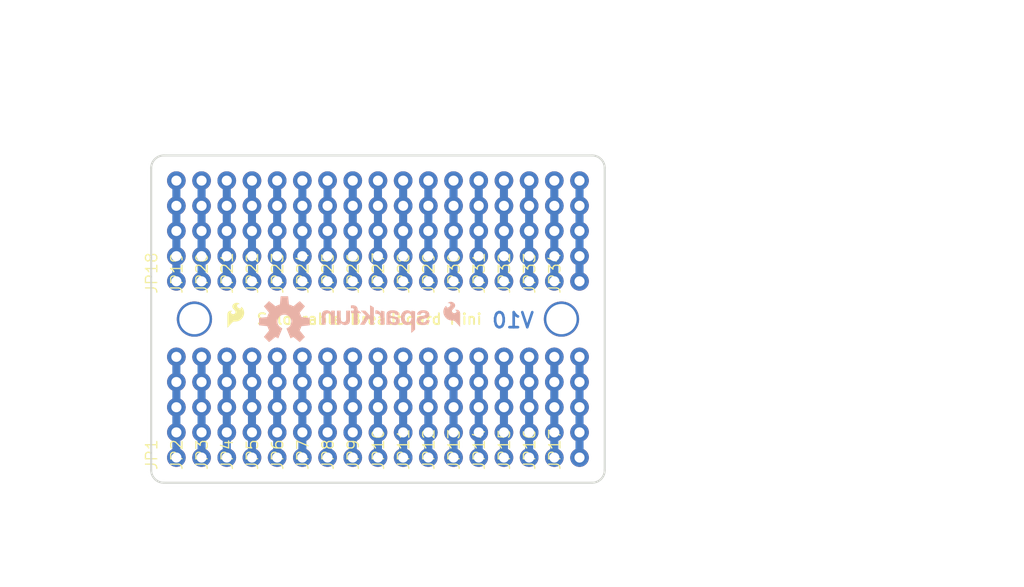
<source format=kicad_pcb>
(kicad_pcb (version 20211014) (generator pcbnew)
  (layers (0 "F.Cu" signal) (31 "B.Cu" signal) (34 "B.Paste" user) (35 "F.Paste" user) (36 "B.SilkS" user "B.Silkscreen") (37 "F.SilkS" user "F.Silkscreen") (38 "B.Mask" user) (39 "F.Mask" user) (44 "Edge.Cuts" user))
  (net 0 "")
  (net 1 "N$1")
  (net 2 "N$2")
  (net 3 "N$3")
  (net 4 "N$4")
  (net 5 "N$5")
  (net 6 "N$6")
  (net 7 "N$7")
  (net 8 "N$8")
  (net 9 "N$9")
  (net 10 "N$10")
  (net 11 "N$11")
  (net 12 "N$12")
  (net 13 "N$13")
  (net 14 "N$14")
  (net 15 "N$15")
  (net 16 "N$16")
  (net 17 "N$17")
  (net 18 "N$18")
  (net 19 "N$19")
  (net 20 "N$20")
  (net 21 "N$21")
  (net 22 "N$22")
  (net 23 "N$23")
  (net 24 "N$24")
  (net 25 "N$25")
  (net 26 "N$26")
  (net 27 "N$27")
  (net 28 "N$28")
  (net 29 "N$29")
  (net 30 "N$30")
  (net 31 "N$31")
  (net 32 "N$32")
  (net 33 "N$33")
  (net 34 "N$34")
  (net 35 "N$35")
  (net 36 "N$36")
  (footprint "boardEagle:1X05_NO_SILK" (layer "F.Cu") (at 161.2011 101.1936 90)
    (fp_text reference "JP31" (at -1.3462 -1.8288 90) (layer "F.SilkS") (effects (font (size 1.143 1.143) (thickness 0.127)) (justify left bottom)))
    (fp_text value " ")
    (pad "1" thru_hole circle (at 0 0 180) (size 1.8796 1.8796) (drill 1.016) (layers *.Cu *.Mask) (net 31 "N$31"))
    (pad "2" thru_hole circle (at 2.54 0 180) (size 1.8796 1.8796) (drill 1.016) (layers *.Cu *.Mask) (net 31 "N$31"))
    (pad "3" thru_hole circle (at 5.08 0 180) (size 1.8796 1.8796) (drill 1.016) (layers *.Cu *.Mask) (net 31 "N$31"))
    (pad "4" thru_hole circle (at 7.62 0 180) (size 1.8796 1.8796) (drill 1.016) (layers *.Cu *.Mask) (net 31 "N$31"))
    (pad "5" thru_hole circle (at 10.16 0 180) (size 1.8796 1.8796) (drill 1.016) (layers *.Cu *.Mask) (net 31 "N$31"))
  )
  (footprint "boardEagle:1X05_NO_SILK" (layer "F.Cu") (at 151.0411 101.1936 90)
    (fp_text reference "JP27" (at -1.3462 -1.8288 90) (layer "F.SilkS") (effects (font (size 1.143 1.143) (thickness 0.127)) (justify left bottom)))
    (fp_text value " ")
    (pad "1" thru_hole circle (at 0 0 180) (size 1.8796 1.8796) (drill 1.016) (layers *.Cu *.Mask) (net 27 "N$27"))
    (pad "2" thru_hole circle (at 2.54 0 180) (size 1.8796 1.8796) (drill 1.016) (layers *.Cu *.Mask) (net 27 "N$27"))
    (pad "3" thru_hole circle (at 5.08 0 180) (size 1.8796 1.8796) (drill 1.016) (layers *.Cu *.Mask) (net 27 "N$27"))
    (pad "4" thru_hole circle (at 7.62 0 180) (size 1.8796 1.8796) (drill 1.016) (layers *.Cu *.Mask) (net 27 "N$27"))
    (pad "5" thru_hole circle (at 10.16 0 180) (size 1.8796 1.8796) (drill 1.016) (layers *.Cu *.Mask) (net 27 "N$27"))
  )
  (footprint "boardEagle:1X05_NO_SILK" (layer "F.Cu") (at 151.0411 118.9736 90)
    (fp_text reference "JP10" (at -1.3462 -1.8288 90) (layer "F.SilkS") (effects (font (size 1.143 1.143) (thickness 0.127)) (justify left bottom)))
    (fp_text value " ")
    (pad "1" thru_hole circle (at 0 0 180) (size 1.8796 1.8796) (drill 1.016) (layers *.Cu *.Mask) (net 10 "N$10"))
    (pad "2" thru_hole circle (at 2.54 0 180) (size 1.8796 1.8796) (drill 1.016) (layers *.Cu *.Mask) (net 10 "N$10"))
    (pad "3" thru_hole circle (at 5.08 0 180) (size 1.8796 1.8796) (drill 1.016) (layers *.Cu *.Mask) (net 10 "N$10"))
    (pad "4" thru_hole circle (at 7.62 0 180) (size 1.8796 1.8796) (drill 1.016) (layers *.Cu *.Mask) (net 10 "N$10"))
    (pad "5" thru_hole circle (at 10.16 0 180) (size 1.8796 1.8796) (drill 1.016) (layers *.Cu *.Mask) (net 10 "N$10"))
  )
  (footprint "boardEagle:1X05_NO_SILK" (layer "F.Cu") (at 138.3411 101.1936 90)
    (fp_text reference "JP22" (at -1.3462 -1.8288 90) (layer "F.SilkS") (effects (font (size 1.143 1.143) (thickness 0.127)) (justify left bottom)))
    (fp_text value " ")
    (pad "1" thru_hole circle (at 0 0 180) (size 1.8796 1.8796) (drill 1.016) (layers *.Cu *.Mask) (net 22 "N$22"))
    (pad "2" thru_hole circle (at 2.54 0 180) (size 1.8796 1.8796) (drill 1.016) (layers *.Cu *.Mask) (net 22 "N$22"))
    (pad "3" thru_hole circle (at 5.08 0 180) (size 1.8796 1.8796) (drill 1.016) (layers *.Cu *.Mask) (net 22 "N$22"))
    (pad "4" thru_hole circle (at 7.62 0 180) (size 1.8796 1.8796) (drill 1.016) (layers *.Cu *.Mask) (net 22 "N$22"))
    (pad "5" thru_hole circle (at 10.16 0 180) (size 1.8796 1.8796) (drill 1.016) (layers *.Cu *.Mask) (net 22 "N$22"))
  )
  (footprint "boardEagle:1X05_NO_SILK" (layer "F.Cu") (at 130.7211 118.9736 90)
    (fp_text reference "JP2" (at -1.3462 -1.8288 90) (layer "F.SilkS") (effects (font (size 1.143 1.143) (thickness 0.127)) (justify left bottom)))
    (fp_text value " ")
    (pad "1" thru_hole circle (at 0 0 180) (size 1.8796 1.8796) (drill 1.016) (layers *.Cu *.Mask) (net 2 "N$2"))
    (pad "2" thru_hole circle (at 2.54 0 180) (size 1.8796 1.8796) (drill 1.016) (layers *.Cu *.Mask) (net 2 "N$2"))
    (pad "3" thru_hole circle (at 5.08 0 180) (size 1.8796 1.8796) (drill 1.016) (layers *.Cu *.Mask) (net 2 "N$2"))
    (pad "4" thru_hole circle (at 7.62 0 180) (size 1.8796 1.8796) (drill 1.016) (layers *.Cu *.Mask) (net 2 "N$2"))
    (pad "5" thru_hole circle (at 10.16 0 180) (size 1.8796 1.8796) (drill 1.016) (layers *.Cu *.Mask) (net 2 "N$2"))
  )
  (footprint "boardEagle:1X05_NO_SILK" (layer "F.Cu") (at 158.6611 118.9736 90)
    (fp_text reference "JP13" (at -1.3462 -1.8288 90) (layer "F.SilkS") (effects (font (size 1.143 1.143) (thickness 0.127)) (justify left bottom)))
    (fp_text value " ")
    (pad "1" thru_hole circle (at 0 0 180) (size 1.8796 1.8796) (drill 1.016) (layers *.Cu *.Mask) (net 13 "N$13"))
    (pad "2" thru_hole circle (at 2.54 0 180) (size 1.8796 1.8796) (drill 1.016) (layers *.Cu *.Mask) (net 13 "N$13"))
    (pad "3" thru_hole circle (at 5.08 0 180) (size 1.8796 1.8796) (drill 1.016) (layers *.Cu *.Mask) (net 13 "N$13"))
    (pad "4" thru_hole circle (at 7.62 0 180) (size 1.8796 1.8796) (drill 1.016) (layers *.Cu *.Mask) (net 13 "N$13"))
    (pad "5" thru_hole circle (at 10.16 0 180) (size 1.8796 1.8796) (drill 1.016) (layers *.Cu *.Mask) (net 13 "N$13"))
  )
  (footprint "boardEagle:1X05_NO_SILK" (layer "F.Cu") (at 128.1811 101.1936 90)
    (fp_text reference "JP18" (at -1.3462 -1.8288 90) (layer "F.SilkS") (effects (font (size 1.143 1.143) (thickness 0.127)) (justify left bottom)))
    (fp_text value " ")
    (pad "1" thru_hole circle (at 0 0 180) (size 1.8796 1.8796) (drill 1.016) (layers *.Cu *.Mask) (net 18 "N$18"))
    (pad "2" thru_hole circle (at 2.54 0 180) (size 1.8796 1.8796) (drill 1.016) (layers *.Cu *.Mask) (net 18 "N$18"))
    (pad "3" thru_hole circle (at 5.08 0 180) (size 1.8796 1.8796) (drill 1.016) (layers *.Cu *.Mask) (net 18 "N$18"))
    (pad "4" thru_hole circle (at 7.62 0 180) (size 1.8796 1.8796) (drill 1.016) (layers *.Cu *.Mask) (net 18 "N$18"))
    (pad "5" thru_hole circle (at 10.16 0 180) (size 1.8796 1.8796) (drill 1.016) (layers *.Cu *.Mask) (net 18 "N$18"))
  )
  (footprint "boardEagle:1X05_NO_SILK" (layer "F.Cu") (at 168.8211 118.9736 90)
    (fp_text reference "JP17" (at -1.3462 -1.8288 90) (layer "F.SilkS") (effects (font (size 1.143 1.143) (thickness 0.127)) (justify left bottom)))
    (fp_text value " ")
    (pad "1" thru_hole circle (at 0 0 180) (size 1.8796 1.8796) (drill 1.016) (layers *.Cu *.Mask) (net 17 "N$17"))
    (pad "2" thru_hole circle (at 2.54 0 180) (size 1.8796 1.8796) (drill 1.016) (layers *.Cu *.Mask) (net 17 "N$17"))
    (pad "3" thru_hole circle (at 5.08 0 180) (size 1.8796 1.8796) (drill 1.016) (layers *.Cu *.Mask) (net 17 "N$17"))
    (pad "4" thru_hole circle (at 7.62 0 180) (size 1.8796 1.8796) (drill 1.016) (layers *.Cu *.Mask) (net 17 "N$17"))
    (pad "5" thru_hole circle (at 10.16 0 180) (size 1.8796 1.8796) (drill 1.016) (layers *.Cu *.Mask) (net 17 "N$17"))
  )
  (footprint "boardEagle:1X05_NO_SILK" (layer "F.Cu") (at 145.9611 118.9736 90)
    (fp_text reference "JP8" (at -1.3462 -1.8288 90) (layer "F.SilkS") (effects (font (size 1.143 1.143) (thickness 0.127)) (justify left bottom)))
    (fp_text value " ")
    (pad "1" thru_hole circle (at 0 0 180) (size 1.8796 1.8796) (drill 1.016) (layers *.Cu *.Mask) (net 8 "N$8"))
    (pad "2" thru_hole circle (at 2.54 0 180) (size 1.8796 1.8796) (drill 1.016) (layers *.Cu *.Mask) (net 8 "N$8"))
    (pad "3" thru_hole circle (at 5.08 0 180) (size 1.8796 1.8796) (drill 1.016) (layers *.Cu *.Mask) (net 8 "N$8"))
    (pad "4" thru_hole circle (at 7.62 0 180) (size 1.8796 1.8796) (drill 1.016) (layers *.Cu *.Mask) (net 8 "N$8"))
    (pad "5" thru_hole circle (at 10.16 0 180) (size 1.8796 1.8796) (drill 1.016) (layers *.Cu *.Mask) (net 8 "N$8"))
  )
  (footprint "boardEagle:1X05_NO_SILK" (layer "F.Cu") (at 130.7211 101.1936 90)
    (fp_text reference "JP19" (at -1.3462 -1.8288 90) (layer "F.SilkS") (effects (font (size 1.143 1.143) (thickness 0.127)) (justify left bottom)))
    (fp_text value " ")
    (pad "1" thru_hole circle (at 0 0 180) (size 1.8796 1.8796) (drill 1.016) (layers *.Cu *.Mask) (net 19 "N$19"))
    (pad "2" thru_hole circle (at 2.54 0 180) (size 1.8796 1.8796) (drill 1.016) (layers *.Cu *.Mask) (net 19 "N$19"))
    (pad "3" thru_hole circle (at 5.08 0 180) (size 1.8796 1.8796) (drill 1.016) (layers *.Cu *.Mask) (net 19 "N$19"))
    (pad "4" thru_hole circle (at 7.62 0 180) (size 1.8796 1.8796) (drill 1.016) (layers *.Cu *.Mask) (net 19 "N$19"))
    (pad "5" thru_hole circle (at 10.16 0 180) (size 1.8796 1.8796) (drill 1.016) (layers *.Cu *.Mask) (net 19 "N$19"))
  )
  (footprint "boardEagle:1X05_NO_SILK" (layer "F.Cu") (at 140.8811 101.1936 90)
    (fp_text reference "JP23" (at -1.3462 -1.8288 90) (layer "F.SilkS") (effects (font (size 1.143 1.143) (thickness 0.127)) (justify left bottom)))
    (fp_text value " ")
    (pad "1" thru_hole circle (at 0 0 180) (size 1.8796 1.8796) (drill 1.016) (layers *.Cu *.Mask) (net 23 "N$23"))
    (pad "2" thru_hole circle (at 2.54 0 180) (size 1.8796 1.8796) (drill 1.016) (layers *.Cu *.Mask) (net 23 "N$23"))
    (pad "3" thru_hole circle (at 5.08 0 180) (size 1.8796 1.8796) (drill 1.016) (layers *.Cu *.Mask) (net 23 "N$23"))
    (pad "4" thru_hole circle (at 7.62 0 180) (size 1.8796 1.8796) (drill 1.016) (layers *.Cu *.Mask) (net 23 "N$23"))
    (pad "5" thru_hole circle (at 10.16 0 180) (size 1.8796 1.8796) (drill 1.016) (layers *.Cu *.Mask) (net 23 "N$23"))
  )
  (footprint "boardEagle:1X05_NO_SILK" (layer "F.Cu") (at 135.8011 118.9736 90)
    (fp_text reference "JP4" (at -1.3462 -1.8288 90) (layer "F.SilkS") (effects (font (size 1.143 1.143) (thickness 0.127)) (justify left bottom)))
    (fp_text value " ")
    (pad "1" thru_hole circle (at 0 0 180) (size 1.8796 1.8796) (drill 1.016) (layers *.Cu *.Mask) (net 4 "N$4"))
    (pad "2" thru_hole circle (at 2.54 0 180) (size 1.8796 1.8796) (drill 1.016) (layers *.Cu *.Mask) (net 4 "N$4"))
    (pad "3" thru_hole circle (at 5.08 0 180) (size 1.8796 1.8796) (drill 1.016) (layers *.Cu *.Mask) (net 4 "N$4"))
    (pad "4" thru_hole circle (at 7.62 0 180) (size 1.8796 1.8796) (drill 1.016) (layers *.Cu *.Mask) (net 4 "N$4"))
    (pad "5" thru_hole circle (at 10.16 0 180) (size 1.8796 1.8796) (drill 1.016) (layers *.Cu *.Mask) (net 4 "N$4"))
  )
  (footprint "boardEagle:1X05_NO_SILK" (layer "F.Cu") (at 148.5011 101.1936 90)
    (fp_text reference "JP26" (at -1.3462 -1.8288 90) (layer "F.SilkS") (effects (font (size 1.143 1.143) (thickness 0.127)) (justify left bottom)))
    (fp_text value " ")
    (pad "1" thru_hole circle (at 0 0 180) (size 1.8796 1.8796) (drill 1.016) (layers *.Cu *.Mask) (net 26 "N$26"))
    (pad "2" thru_hole circle (at 2.54 0 180) (size 1.8796 1.8796) (drill 1.016) (layers *.Cu *.Mask) (net 26 "N$26"))
    (pad "3" thru_hole circle (at 5.08 0 180) (size 1.8796 1.8796) (drill 1.016) (layers *.Cu *.Mask) (net 26 "N$26"))
    (pad "4" thru_hole circle (at 7.62 0 180) (size 1.8796 1.8796) (drill 1.016) (layers *.Cu *.Mask) (net 26 "N$26"))
    (pad "5" thru_hole circle (at 10.16 0 180) (size 1.8796 1.8796) (drill 1.016) (layers *.Cu *.Mask) (net 26 "N$26"))
  )
  (footprint "boardEagle:1X05_NO_SILK" (layer "F.Cu") (at 133.2611 118.9736 90)
    (fp_text reference "JP3" (at -1.3462 -1.8288 90) (layer "F.SilkS") (effects (font (size 1.143 1.143) (thickness 0.127)) (justify left bottom)))
    (fp_text value " ")
    (pad "1" thru_hole circle (at 0 0 180) (size 1.8796 1.8796) (drill 1.016) (layers *.Cu *.Mask) (net 3 "N$3"))
    (pad "2" thru_hole circle (at 2.54 0 180) (size 1.8796 1.8796) (drill 1.016) (layers *.Cu *.Mask) (net 3 "N$3"))
    (pad "3" thru_hole circle (at 5.08 0 180) (size 1.8796 1.8796) (drill 1.016) (layers *.Cu *.Mask) (net 3 "N$3"))
    (pad "4" thru_hole circle (at 7.62 0 180) (size 1.8796 1.8796) (drill 1.016) (layers *.Cu *.Mask) (net 3 "N$3"))
    (pad "5" thru_hole circle (at 10.16 0 180) (size 1.8796 1.8796) (drill 1.016) (layers *.Cu *.Mask) (net 3 "N$3"))
  )
  (footprint "boardEagle:1X05_NO_SILK" (layer "F.Cu") (at 138.3411 118.9736 90)
    (fp_text reference "JP5" (at -1.3462 -1.8288 90) (layer "F.SilkS") (effects (font (size 1.143 1.143) (thickness 0.127)) (justify left bottom)))
    (fp_text value " ")
    (pad "1" thru_hole circle (at 0 0 180) (size 1.8796 1.8796) (drill 1.016) (layers *.Cu *.Mask) (net 5 "N$5"))
    (pad "2" thru_hole circle (at 2.54 0 180) (size 1.8796 1.8796) (drill 1.016) (layers *.Cu *.Mask) (net 5 "N$5"))
    (pad "3" thru_hole circle (at 5.08 0 180) (size 1.8796 1.8796) (drill 1.016) (layers *.Cu *.Mask) (net 5 "N$5"))
    (pad "4" thru_hole circle (at 7.62 0 180) (size 1.8796 1.8796) (drill 1.016) (layers *.Cu *.Mask) (net 5 "N$5"))
    (pad "5" thru_hole circle (at 10.16 0 180) (size 1.8796 1.8796) (drill 1.016) (layers *.Cu *.Mask) (net 5 "N$5"))
  )
  (footprint "boardEagle:1X05_NO_SILK" (layer "F.Cu") (at 161.2011 118.9736 90)
    (fp_text reference "JP14" (at -1.3462 -1.8288 90) (layer "F.SilkS") (effects (font (size 1.143 1.143) (thickness 0.127)) (justify left bottom)))
    (fp_text value " ")
    (pad "1" thru_hole circle (at 0 0 180) (size 1.8796 1.8796) (drill 1.016) (layers *.Cu *.Mask) (net 14 "N$14"))
    (pad "2" thru_hole circle (at 2.54 0 180) (size 1.8796 1.8796) (drill 1.016) (layers *.Cu *.Mask) (net 14 "N$14"))
    (pad "3" thru_hole circle (at 5.08 0 180) (size 1.8796 1.8796) (drill 1.016) (layers *.Cu *.Mask) (net 14 "N$14"))
    (pad "4" thru_hole circle (at 7.62 0 180) (size 1.8796 1.8796) (drill 1.016) (layers *.Cu *.Mask) (net 14 "N$14"))
    (pad "5" thru_hole circle (at 10.16 0 180) (size 1.8796 1.8796) (drill 1.016) (layers *.Cu *.Mask) (net 14 "N$14"))
  )
  (footprint "boardEagle:1X05_NO_SILK" (layer "F.Cu") (at 140.8811 118.9736 90)
    (fp_text reference "JP6" (at -1.3462 -1.8288 90) (layer "F.SilkS") (effects (font (size 1.143 1.143) (thickness 0.127)) (justify left bottom)))
    (fp_text value " ")
    (pad "1" thru_hole circle (at 0 0 180) (size 1.8796 1.8796) (drill 1.016) (layers *.Cu *.Mask) (net 6 "N$6"))
    (pad "2" thru_hole circle (at 2.54 0 180) (size 1.8796 1.8796) (drill 1.016) (layers *.Cu *.Mask) (net 6 "N$6"))
    (pad "3" thru_hole circle (at 5.08 0 180) (size 1.8796 1.8796) (drill 1.016) (layers *.Cu *.Mask) (net 6 "N$6"))
    (pad "4" thru_hole circle (at 7.62 0 180) (size 1.8796 1.8796) (drill 1.016) (layers *.Cu *.Mask) (net 6 "N$6"))
    (pad "5" thru_hole circle (at 10.16 0 180) (size 1.8796 1.8796) (drill 1.016) (layers *.Cu *.Mask) (net 6 "N$6"))
  )
  (footprint "boardEagle:1X05_NO_SILK" (layer "F.Cu") (at 153.5811 118.9736 90)
    (fp_text reference "JP11" (at -1.3462 -1.8288 90) (layer "F.SilkS") (effects (font (size 1.143 1.143) (thickness 0.127)) (justify left bottom)))
    (fp_text value " ")
    (pad "1" thru_hole circle (at 0 0 180) (size 1.8796 1.8796) (drill 1.016) (layers *.Cu *.Mask) (net 11 "N$11"))
    (pad "2" thru_hole circle (at 2.54 0 180) (size 1.8796 1.8796) (drill 1.016) (layers *.Cu *.Mask) (net 11 "N$11"))
    (pad "3" thru_hole circle (at 5.08 0 180) (size 1.8796 1.8796) (drill 1.016) (layers *.Cu *.Mask) (net 11 "N$11"))
    (pad "4" thru_hole circle (at 7.62 0 180) (size 1.8796 1.8796) (drill 1.016) (layers *.Cu *.Mask) (net 11 "N$11"))
    (pad "5" thru_hole circle (at 10.16 0 180) (size 1.8796 1.8796) (drill 1.016) (layers *.Cu *.Mask) (net 11 "N$11"))
  )
  (footprint "boardEagle:1X05_NO_SILK" (layer "F.Cu") (at 128.1811 118.9736 90)
    (fp_text reference "JP1" (at -1.3462 -1.8288 90) (layer "F.SilkS") (effects (font (size 1.143 1.143) (thickness 0.127)) (justify left bottom)))
    (fp_text value " ")
    (pad "1" thru_hole circle (at 0 0 180) (size 1.8796 1.8796) (drill 1.016) (layers *.Cu *.Mask) (net 1 "N$1"))
    (pad "2" thru_hole circle (at 2.54 0 180) (size 1.8796 1.8796) (drill 1.016) (layers *.Cu *.Mask) (net 1 "N$1"))
    (pad "3" thru_hole circle (at 5.08 0 180) (size 1.8796 1.8796) (drill 1.016) (layers *.Cu *.Mask) (net 1 "N$1"))
    (pad "4" thru_hole circle (at 7.62 0 180) (size 1.8796 1.8796) (drill 1.016) (layers *.Cu *.Mask) (net 1 "N$1"))
    (pad "5" thru_hole circle (at 10.16 0 180) (size 1.8796 1.8796) (drill 1.016) (layers *.Cu *.Mask) (net 1 "N$1"))
  )
  (footprint "boardEagle:1X05_NO_SILK" (layer "F.Cu") (at 166.2811 118.9736 90)
    (fp_text reference "JP16" (at -1.3462 -1.8288 90) (layer "F.SilkS") (effects (font (size 1.143 1.143) (thickness 0.127)) (justify left bottom)))
    (fp_text value " ")
    (pad "1" thru_hole circle (at 0 0 180) (size 1.8796 1.8796) (drill 1.016) (layers *.Cu *.Mask) (net 16 "N$16"))
    (pad "2" thru_hole circle (at 2.54 0 180) (size 1.8796 1.8796) (drill 1.016) (layers *.Cu *.Mask) (net 16 "N$16"))
    (pad "3" thru_hole circle (at 5.08 0 180) (size 1.8796 1.8796) (drill 1.016) (layers *.Cu *.Mask) (net 16 "N$16"))
    (pad "4" thru_hole circle (at 7.62 0 180) (size 1.8796 1.8796) (drill 1.016) (layers *.Cu *.Mask) (net 16 "N$16"))
    (pad "5" thru_hole circle (at 10.16 0 180) (size 1.8796 1.8796) (drill 1.016) (layers *.Cu *.Mask) (net 16 "N$16"))
  )
  (footprint "boardEagle:SFE_LOGO_FLAME_.1" (layer "F.Cu") (at 133.0061 106.2486)
    (fp_text reference "LOGO3" hide)
    (fp_text value "SFE_LOGO_FLAME.1_INCH" hide)
  )
  (footprint "boardEagle:1X05_NO_SILK" (layer "F.Cu") (at 153.5811 101.1936 90)
    (fp_text reference "JP28" (at -1.3462 -1.8288 90) (layer "F.SilkS") (effects (font (size 1.143 1.143) (thickness 0.127)) (justify left bottom)))
    (fp_text value " ")
    (pad "1" thru_hole circle (at 0 0 180) (size 1.8796 1.8796) (drill 1.016) (layers *.Cu *.Mask) (net 28 "N$28"))
    (pad "2" thru_hole circle (at 2.54 0 180) (size 1.8796 1.8796) (drill 1.016) (layers *.Cu *.Mask) (net 28 "N$28"))
    (pad "3" thru_hole circle (at 5.08 0 180) (size 1.8796 1.8796) (drill 1.016) (layers *.Cu *.Mask) (net 28 "N$28"))
    (pad "4" thru_hole circle (at 7.62 0 180) (size 1.8796 1.8796) (drill 1.016) (layers *.Cu *.Mask) (net 28 "N$28"))
    (pad "5" thru_hole circle (at 10.16 0 180) (size 1.8796 1.8796) (drill 1.016) (layers *.Cu *.Mask) (net 28 "N$28"))
  )
  (footprint "boardEagle:1X05_NO_SILK" (layer "F.Cu") (at 143.4211 101.1936 90)
    (fp_text reference "JP24" (at -1.3462 -1.8288 90) (layer "F.SilkS") (effects (font (size 1.143 1.143) (thickness 0.127)) (justify left bottom)))
    (fp_text value " ")
    (pad "1" thru_hole circle (at 0 0 180) (size 1.8796 1.8796) (drill 1.016) (layers *.Cu *.Mask) (net 24 "N$24"))
    (pad "2" thru_hole circle (at 2.54 0 180) (size 1.8796 1.8796) (drill 1.016) (layers *.Cu *.Mask) (net 24 "N$24"))
    (pad "3" thru_hole circle (at 5.08 0 180) (size 1.8796 1.8796) (drill 1.016) (layers *.Cu *.Mask) (net 24 "N$24"))
    (pad "4" thru_hole circle (at 7.62 0 180) (size 1.8796 1.8796) (drill 1.016) (layers *.Cu *.Mask) (net 24 "N$24"))
    (pad "5" thru_hole circle (at 10.16 0 180) (size 1.8796 1.8796) (drill 1.016) (layers *.Cu *.Mask) (net 24 "N$24"))
  )
  (footprint "boardEagle:1X05_NO_SILK" (layer "F.Cu") (at 156.1211 118.9736 90)
    (fp_text reference "JP12" (at -1.3462 -1.8288 90) (layer "F.SilkS") (effects (font (size 1.143 1.143) (thickness 0.127)) (justify left bottom)))
    (fp_text value " ")
    (pad "1" thru_hole circle (at 0 0 180) (size 1.8796 1.8796) (drill 1.016) (layers *.Cu *.Mask) (net 12 "N$12"))
    (pad "2" thru_hole circle (at 2.54 0 180) (size 1.8796 1.8796) (drill 1.016) (layers *.Cu *.Mask) (net 12 "N$12"))
    (pad "3" thru_hole circle (at 5.08 0 180) (size 1.8796 1.8796) (drill 1.016) (layers *.Cu *.Mask) (net 12 "N$12"))
    (pad "4" thru_hole circle (at 7.62 0 180) (size 1.8796 1.8796) (drill 1.016) (layers *.Cu *.Mask) (net 12 "N$12"))
    (pad "5" thru_hole circle (at 10.16 0 180) (size 1.8796 1.8796) (drill 1.016) (layers *.Cu *.Mask) (net 12 "N$12"))
  )
  (footprint "boardEagle:1X05_NO_SILK" (layer "F.Cu") (at 156.1211 101.1936 90)
    (fp_text reference "JP29" (at -1.3462 -1.8288 90) (layer "F.SilkS") (effects (font (size 1.143 1.143) (thickness 0.127)) (justify left bottom)))
    (fp_text value " ")
    (pad "1" thru_hole circle (at 0 0 180) (size 1.8796 1.8796) (drill 1.016) (layers *.Cu *.Mask) (net 29 "N$29"))
    (pad "2" thru_hole circle (at 2.54 0 180) (size 1.8796 1.8796) (drill 1.016) (layers *.Cu *.Mask) (net 29 "N$29"))
    (pad "3" thru_hole circle (at 5.08 0 180) (size 1.8796 1.8796) (drill 1.016) (layers *.Cu *.Mask) (net 29 "N$29"))
    (pad "4" thru_hole circle (at 7.62 0 180) (size 1.8796 1.8796) (drill 1.016) (layers *.Cu *.Mask) (net 29 "N$29"))
    (pad "5" thru_hole circle (at 10.16 0 180) (size 1.8796 1.8796) (drill 1.016) (layers *.Cu *.Mask) (net 29 "N$29"))
  )
  (footprint "boardEagle:1X05_NO_SILK" (layer "F.Cu") (at 135.8011 101.1936 90)
    (fp_text reference "JP21" (at -1.3462 -1.8288 90) (layer "F.SilkS") (effects (font (size 1.143 1.143) (thickness 0.127)) (justify left bottom)))
    (fp_text value " ")
    (pad "1" thru_hole circle (at 0 0 180) (size 1.8796 1.8796) (drill 1.016) (layers *.Cu *.Mask) (net 21 "N$21"))
    (pad "2" thru_hole circle (at 2.54 0 180) (size 1.8796 1.8796) (drill 1.016) (layers *.Cu *.Mask) (net 21 "N$21"))
    (pad "3" thru_hole circle (at 5.08 0 180) (size 1.8796 1.8796) (drill 1.016) (layers *.Cu *.Mask) (net 21 "N$21"))
    (pad "4" thru_hole circle (at 7.62 0 180) (size 1.8796 1.8796) (drill 1.016) (layers *.Cu *.Mask) (net 21 "N$21"))
    (pad "5" thru_hole circle (at 10.16 0 180) (size 1.8796 1.8796) (drill 1.016) (layers *.Cu *.Mask) (net 21 "N$21"))
  )
  (footprint "boardEagle:1X05_NO_SILK" (layer "F.Cu") (at 163.7411 118.9736 90)
    (fp_text reference "JP15" (at -1.3462 -1.8288 90) (layer "F.SilkS") (effects (font (size 1.143 1.143) (thickness 0.127)) (justify left bottom)))
    (fp_text value " ")
    (pad "1" thru_hole circle (at 0 0 180) (size 1.8796 1.8796) (drill 1.016) (layers *.Cu *.Mask) (net 15 "N$15"))
    (pad "2" thru_hole circle (at 2.54 0 180) (size 1.8796 1.8796) (drill 1.016) (layers *.Cu *.Mask) (net 15 "N$15"))
    (pad "3" thru_hole circle (at 5.08 0 180) (size 1.8796 1.8796) (drill 1.016) (layers *.Cu *.Mask) (net 15 "N$15"))
    (pad "4" thru_hole circle (at 7.62 0 180) (size 1.8796 1.8796) (drill 1.016) (layers *.Cu *.Mask) (net 15 "N$15"))
    (pad "5" thru_hole circle (at 10.16 0 180) (size 1.8796 1.8796) (drill 1.016) (layers *.Cu *.Mask) (net 15 "N$15"))
  )
  (footprint "boardEagle:1X05_NO_SILK" (layer "F.Cu") (at 158.6611 101.1936 90)
    (fp_text reference "JP30" (at -1.3462 -1.8288 90) (layer "F.SilkS") (effects (font (size 1.143 1.143) (thickness 0.127)) (justify left bottom)))
    (fp_text value " ")
    (pad "1" thru_hole circle (at 0 0 180) (size 1.8796 1.8796) (drill 1.016) (layers *.Cu *.Mask) (net 30 "N$30"))
    (pad "2" thru_hole circle (at 2.54 0 180) (size 1.8796 1.8796) (drill 1.016) (layers *.Cu *.Mask) (net 30 "N$30"))
    (pad "3" thru_hole circle (at 5.08 0 180) (size 1.8796 1.8796) (drill 1.016) (layers *.Cu *.Mask) (net 30 "N$30"))
    (pad "4" thru_hole circle (at 7.62 0 180) (size 1.8796 1.8796) (drill 1.016) (layers *.Cu *.Mask) (net 30 "N$30"))
    (pad "5" thru_hole circle (at 10.16 0 180) (size 1.8796 1.8796) (drill 1.016) (layers *.Cu *.Mask) (net 30 "N$30"))
  )
  (footprint "boardEagle:1X05_NO_SILK" (layer "F.Cu") (at 133.2611 101.1936 90)
    (fp_text reference "JP20" (at -1.3462 -1.8288 90) (layer "F.SilkS") (effects (font (size 1.143 1.143) (thickness 0.127)) (justify left bottom)))
    (fp_text value " ")
    (pad "1" thru_hole circle (at 0 0 180) (size 1.8796 1.8796) (drill 1.016) (layers *.Cu *.Mask) (net 20 "N$20"))
    (pad "2" thru_hole circle (at 2.54 0 180) (size 1.8796 1.8796) (drill 1.016) (layers *.Cu *.Mask) (net 20 "N$20"))
    (pad "3" thru_hole circle (at 5.08 0 180) (size 1.8796 1.8796) (drill 1.016) (layers *.Cu *.Mask) (net 20 "N$20"))
    (pad "4" thru_hole circle (at 7.62 0 180) (size 1.8796 1.8796) (drill 1.016) (layers *.Cu *.Mask) (net 20 "N$20"))
    (pad "5" thru_hole circle (at 10.16 0 180) (size 1.8796 1.8796) (drill 1.016) (layers *.Cu *.Mask) (net 20 "N$20"))
  )
  (footprint "boardEagle:1X05_NO_SILK" (layer "F.Cu") (at 143.4211 118.9736 90)
    (fp_text reference "JP7" (at -1.3462 -1.8288 90) (layer "F.SilkS") (effects (font (size 1.143 1.143) (thickness 0.127)) (justify left bottom)))
    (fp_text value " ")
    (pad "1" thru_hole circle (at 0 0 180) (size 1.8796 1.8796) (drill 1.016) (layers *.Cu *.Mask) (net 7 "N$7"))
    (pad "2" thru_hole circle (at 2.54 0 180) (size 1.8796 1.8796) (drill 1.016) (layers *.Cu *.Mask) (net 7 "N$7"))
    (pad "3" thru_hole circle (at 5.08 0 180) (size 1.8796 1.8796) (drill 1.016) (layers *.Cu *.Mask) (net 7 "N$7"))
    (pad "4" thru_hole circle (at 7.62 0 180) (size 1.8796 1.8796) (drill 1.016) (layers *.Cu *.Mask) (net 7 "N$7"))
    (pad "5" thru_hole circle (at 10.16 0 180) (size 1.8796 1.8796) (drill 1.016) (layers *.Cu *.Mask) (net 7 "N$7"))
  )
  (footprint "boardEagle:1X05_NO_SILK" (layer "F.Cu") (at 148.5011 118.9736 90)
    (fp_text reference "JP9" (at -1.3462 -1.8288 90) (layer "F.SilkS") (effects (font (size 1.143 1.143) (thickness 0.127)) (justify left bottom)))
    (fp_text value " ")
    (pad "1" thru_hole circle (at 0 0 180) (size 1.8796 1.8796) (drill 1.016) (layers *.Cu *.Mask) (net 9 "N$9"))
    (pad "2" thru_hole circle (at 2.54 0 180) (size 1.8796 1.8796) (drill 1.016) (layers *.Cu *.Mask) (net 9 "N$9"))
    (pad "3" thru_hole circle (at 5.08 0 180) (size 1.8796 1.8796) (drill 1.016) (layers *.Cu *.Mask) (net 9 "N$9"))
    (pad "4" thru_hole circle (at 7.62 0 180) (size 1.8796 1.8796) (drill 1.016) (layers *.Cu *.Mask) (net 9 "N$9"))
    (pad "5" thru_hole circle (at 10.16 0 180) (size 1.8796 1.8796) (drill 1.016) (layers *.Cu *.Mask) (net 9 "N$9"))
  )
  (footprint "boardEagle:1X05_NO_SILK" (layer "F.Cu") (at 168.8211 101.1936 90)
    (fp_text reference "JP34" (at -1.3462 -1.8288 90) (layer "F.SilkS") (effects (font (size 1.143 1.143) (thickness 0.127)) (justify left bottom)))
    (fp_text value " ")
    (pad "1" thru_hole circle (at 0 0 180) (size 1.8796 1.8796) (drill 1.016) (layers *.Cu *.Mask) (net 34 "N$34"))
    (pad "2" thru_hole circle (at 2.54 0 180) (size 1.8796 1.8796) (drill 1.016) (layers *.Cu *.Mask) (net 34 "N$34"))
    (pad "3" thru_hole circle (at 5.08 0 180) (size 1.8796 1.8796) (drill 1.016) (layers *.Cu *.Mask) (net 34 "N$34"))
    (pad "4" thru_hole circle (at 7.62 0 180) (size 1.8796 1.8796) (drill 1.016) (layers *.Cu *.Mask) (net 34 "N$34"))
    (pad "5" thru_hole circle (at 10.16 0 180) (size 1.8796 1.8796) (drill 1.016) (layers *.Cu *.Mask) (net 34 "N$34"))
  )
  (footprint "boardEagle:1X05_NO_SILK" (layer "F.Cu") (at 163.7411 101.1936 90)
    (fp_text reference "JP32" (at -1.3462 -1.8288 90) (layer "F.SilkS") (effects (font (size 1.143 1.143) (thickness 0.127)) (justify left bottom)))
    (fp_text value " ")
    (pad "1" thru_hole circle (at 0 0 180) (size 1.8796 1.8796) (drill 1.016) (layers *.Cu *.Mask) (net 32 "N$32"))
    (pad "2" thru_hole circle (at 2.54 0 180) (size 1.8796 1.8796) (drill 1.016) (layers *.Cu *.Mask) (net 32 "N$32"))
    (pad "3" thru_hole circle (at 5.08 0 180) (size 1.8796 1.8796) (drill 1.016) (layers *.Cu *.Mask) (net 32 "N$32"))
    (pad "4" thru_hole circle (at 7.62 0 180) (size 1.8796 1.8796) (drill 1.016) (layers *.Cu *.Mask) (net 32 "N$32"))
    (pad "5" thru_hole circle (at 10.16 0 180) (size 1.8796 1.8796) (drill 1.016) (layers *.Cu *.Mask) (net 32 "N$32"))
  )
  (footprint "boardEagle:1X05_NO_SILK" (layer "F.Cu") (at 145.9611 101.1936 90)
    (fp_text reference "JP25" (at -1.3462 -1.8288 90) (layer "F.SilkS") (effects (font (size 1.143 1.143) (thickness 0.127)) (justify left bottom)))
    (fp_text value " ")
    (pad "1" thru_hole circle (at 0 0 180) (size 1.8796 1.8796) (drill 1.016) (layers *.Cu *.Mask) (net 25 "N$25"))
    (pad "2" thru_hole circle (at 2.54 0 180) (size 1.8796 1.8796) (drill 1.016) (layers *.Cu *.Mask) (net 25 "N$25"))
    (pad "3" thru_hole circle (at 5.08 0 180) (size 1.8796 1.8796) (drill 1.016) (layers *.Cu *.Mask) (net 25 "N$25"))
    (pad "4" thru_hole circle (at 7.62 0 180) (size 1.8796 1.8796) (drill 1.016) (layers *.Cu *.Mask) (net 25 "N$25"))
    (pad "5" thru_hole circle (at 10.16 0 180) (size 1.8796 1.8796) (drill 1.016) (layers *.Cu *.Mask) (net 25 "N$25"))
  )
  (footprint "boardEagle:1X05_NO_SILK" (layer "F.Cu") (at 166.2811 101.1936 90)
    (fp_text reference "JP33" (at -1.3462 -1.8288 90) (layer "F.SilkS") (effects (font (size 1.143 1.143) (thickness 0.127)) (justify left bottom)))
    (fp_text value " ")
    (pad "1" thru_hole circle (at 0 0 180) (size 1.8796 1.8796) (drill 1.016) (layers *.Cu *.Mask) (net 33 "N$33"))
    (pad "2" thru_hole circle (at 2.54 0 180) (size 1.8796 1.8796) (drill 1.016) (layers *.Cu *.Mask) (net 33 "N$33"))
    (pad "3" thru_hole circle (at 5.08 0 180) (size 1.8796 1.8796) (drill 1.016) (layers *.Cu *.Mask) (net 33 "N$33"))
    (pad "4" thru_hole circle (at 7.62 0 180) (size 1.8796 1.8796) (drill 1.016) (layers *.Cu *.Mask) (net 33 "N$33"))
    (pad "5" thru_hole circle (at 10.16 0 180) (size 1.8796 1.8796) (drill 1.016) (layers *.Cu *.Mask) (net 33 "N$33"))
  )
  (footprint "boardEagle:CREATIVE_COMMONS" (layer "F.Cu") (at 130.7211 131.6736)
    (fp_text reference "FRAME1" hide)
    (fp_text value "FRAME-LETTER" hide)
  )
  (footprint "boardEagle:OSHW-LOGO-M" (layer "B.Cu") (at 139.0711 105.2576 180)
    (fp_text reference "LOGO2" hide)
    (fp_text value "OSHW-LOGOM" hide)
  )
  (footprint "boardEagle:SFE_LOGO_NAME_.1" (layer "B.Cu") (at 154.2161 106.9086 180)
    (fp_text reference "LOGO1" hide)
    (fp_text value "SFE_LOGO_NAME.1_INCH" hide)
  )
  (footprint "boardEagle:SFE_LOGO_FLAME_.1" (layer "B.Cu") (at 157.1011 106.1486 180)
    (fp_text reference "LOGO4" hide)
    (fp_text value "SFE_LOGO_FLAME.1_INCH" hide)
  )
  (gr_line (start 125.6411 89.7636) (end 125.6411 120.2436) (layer "Edge.Cuts") (width 0.2032))
  (gr_line (start 126.9111 121.5136) (end 170.0911 121.5136) (layer "Edge.Cuts") (width 0.2032))
  (gr_arc (start 125.6411 89.7636) (mid 126.013074 88.865574) (end 126.9111 88.4936) (layer "Edge.Cuts") (width 0.2032))
  (gr_line (start 171.3611 120.2436) (end 171.3611 89.7636) (layer "Edge.Cuts") (width 0.2032))
  (gr_line (start 170.0911 88.4936) (end 126.9111 88.4936) (layer "Edge.Cuts") (width 0.2032))
  (gr_arc (start 126.9111 121.5136) (mid 126.013074 121.141626) (end 125.6411 120.2436) (layer "Edge.Cuts") (width 0.2032))
  (gr_arc (start 171.3611 120.2436) (mid 170.989126 121.141626) (end 170.0911 121.5136) (layer "Edge.Cuts") (width 0.2032))
  (gr_arc (start 170.0911 88.4936) (mid 170.989126 88.865574) (end 171.3611 89.7636) (layer "Edge.Cuts") (width 0.2032))
  (gr_text "V10" (at 164.3761 105.1306) (layer "B.Cu") (effects (font (size 1.5113 1.5113) (thickness 0.2667)) (justify left mirror)))
  (gr_text "Solderable Breadboard Mini" (at 136.1661 105.6386) (layer "F.SilkS") (effects (font (size 1.0795 1.0795) (thickness 0.1905)) (justify left bottom)))
  (segment (start 128.1811 118.9736) (end 128.1811 116.4336) (width 0.8128) (layer "B.Cu") (net 1))
  (segment (start 128.1811 113.8936) (end 128.1811 111.3536) (width 0.8128) (layer "B.Cu") (net 1))
  (segment (start 128.1811 111.3536) (end 128.1811 108.8136) (width 0.8128) (layer "B.Cu") (net 1))
  (segment (start 128.1811 116.4336) (end 128.1811 113.8936) (width 0.8128) (layer "B.Cu") (net 1))
  (segment (start 130.7211 116.4336) (end 130.7211 118.9736) (width 0.8128) (layer "B.Cu") (net 2))
  (segment (start 130.7211 108.8136) (end 130.7211 111.3536) (width 0.8128) (layer "B.Cu") (net 2))
  (segment (start 130.7211 111.3536) (end 130.7211 113.8936) (width 0.8128) (layer "B.Cu") (net 2))
  (segment (start 130.7211 113.8936) (end 130.7211 116.4336) (width 0.8128) (layer "B.Cu") (net 2))
  (segment (start 133.2611 118.9736) (end 133.2611 116.4336) (width 0.8128) (layer "B.Cu") (net 3))
  (segment (start 133.2611 111.3536) (end 133.2611 108.8136) (width 0.8128) (layer "B.Cu") (net 3))
  (segment (start 133.2611 113.8936) (end 133.2611 111.3536) (width 0.8128) (layer "B.Cu") (net 3))
  (segment (start 133.2611 116.4336) (end 133.2611 113.8936) (width 0.8128) (layer "B.Cu") (net 3))
  (segment (start 135.8011 116.4336) (end 135.8011 113.8936) (width 0.8128) (layer "B.Cu") (net 4))
  (segment (start 135.8011 113.8936) (end 135.8011 111.3536) (width 0.8128) (layer "B.Cu") (net 4))
  (segment (start 135.8011 118.9736) (end 135.8011 116.4336) (width 0.8128) (layer "B.Cu") (net 4))
  (segment (start 135.8011 111.3536) (end 135.8011 108.8136) (width 0.8128) (layer "B.Cu") (net 4))
  (segment (start 138.3411 111.3536) (end 138.3411 108.8136) (width 0.8128) (layer "B.Cu") (net 5))
  (segment (start 138.3411 116.4336) (end 138.3411 113.8936) (width 0.8128) (layer "B.Cu") (net 5))
  (segment (start 138.3411 118.9736) (end 138.3411 116.4336) (width 0.8128) (layer "B.Cu") (net 5))
  (segment (start 138.3411 113.8936) (end 138.3411 111.3536) (width 0.8128) (layer "B.Cu") (net 5))
  (segment (start 140.8811 111.3536) (end 140.8811 108.8136) (width 0.8128) (layer "B.Cu") (net 6))
  (segment (start 140.8811 116.4336) (end 140.8811 113.8936) (width 0.8128) (layer "B.Cu") (net 6))
  (segment (start 140.8811 113.8936) (end 140.8811 111.3536) (width 0.8128) (layer "B.Cu") (net 6))
  (segment (start 140.8811 118.9736) (end 140.8811 116.4336) (width 0.8128) (layer "B.Cu") (net 6))
  (segment (start 143.4211 108.8136) (end 143.4211 111.3536) (width 0.8128) (layer "B.Cu") (net 7))
  (segment (start 143.4211 113.8936) (end 143.4211 116.4336) (width 0.8128) (layer "B.Cu") (net 7))
  (segment (start 143.4211 116.4336) (end 143.4211 118.9736) (width 0.8128) (layer "B.Cu") (net 7))
  (segment (start 143.4211 111.3536) (end 143.4211 113.8936) (width 0.8128) (layer "B.Cu") (net 7))
  (segment (start 145.9611 111.3536) (end 145.9611 108.8136) (width 0.8128) (layer "B.Cu") (net 8))
  (segment (start 145.9611 118.9736) (end 145.9611 116.4336) (width 0.8128) (layer "B.Cu") (net 8))
  (segment (start 145.9611 116.4336) (end 145.9611 113.8936) (width 0.8128) (layer "B.Cu") (net 8))
  (segment (start 145.9611 113.8936) (end 145.9611 111.3536) (width 0.8128) (layer "B.Cu") (net 8))
  (segment (start 148.5011 108.8136) (end 148.5011 111.3536) (width 0.8128) (layer "B.Cu") (net 9))
  (segment (start 148.5011 116.4336) (end 148.5011 118.9736) (width 0.8128) (layer "B.Cu") (net 9))
  (segment (start 148.5011 111.3536) (end 148.5011 113.8936) (width 0.8128) (layer "B.Cu") (net 9))
  (segment (start 148.5011 113.8936) (end 148.5011 116.4336) (width 0.8128) (layer "B.Cu") (net 9))
  (segment (start 151.0411 118.9736) (end 151.0411 116.4336) (width 0.8128) (layer "B.Cu") (net 10))
  (segment (start 151.0411 116.4336) (end 151.0411 113.8936) (width 0.8128) (layer "B.Cu") (net 10))
  (segment (start 151.0411 113.8936) (end 151.0411 111.3536) (width 0.8128) (layer "B.Cu") (net 10))
  (segment (start 151.0411 111.3536) (end 151.0411 108.8136) (width 0.8128) (layer "B.Cu") (net 10))
  (segment (start 153.5811 108.8136) (end 153.5811 111.3536) (width 0.8128) (layer "B.Cu") (net 11))
  (segment (start 153.5811 116.4336) (end 153.5811 118.9736) (width 0.8128) (layer "B.Cu") (net 11))
  (segment (start 153.5811 113.8936) (end 153.5811 116.4336) (width 0.8128) (layer "B.Cu") (net 11))
  (segment (start 153.5811 111.3536) (end 153.5811 113.8936) (width 0.8128) (layer "B.Cu") (net 11))
  (segment (start 156.1211 116.4336) (end 156.1211 113.8936) (width 0.8128) (layer "B.Cu") (net 12))
  (segment (start 156.1211 118.9736) (end 156.1211 116.4336) (width 0.8128) (layer "B.Cu") (net 12))
  (segment (start 156.1211 111.3536) (end 156.1211 108.8136) (width 0.8128) (layer "B.Cu") (net 12))
  (segment (start 156.1211 113.8936) (end 156.1211 111.3536) (width 0.8128) (layer "B.Cu") (net 12))
  (segment (start 158.6611 108.8136) (end 158.6611 111.3536) (width 0.8128) (layer "B.Cu") (net 13))
  (segment (start 158.6611 113.8936) (end 158.6611 116.4336) (width 0.8128) (layer "B.Cu") (net 13))
  (segment (start 158.6611 111.3536) (end 158.6611 113.8936) (width 0.8128) (layer "B.Cu") (net 13))
  (segment (start 158.6611 116.4336) (end 158.6611 118.9736) (width 0.8128) (layer "B.Cu") (net 13))
  (segment (start 161.2011 113.8936) (end 161.2011 111.3536) (width 0.8128) (layer "B.Cu") (net 14))
  (segment (start 161.2011 116.4336) (end 161.2011 113.8936) (width 0.8128) (layer "B.Cu") (net 14))
  (segment (start 161.2011 118.9736) (end 161.2011 116.4336) (width 0.8128) (layer "B.Cu") (net 14))
  (segment (start 161.2011 111.3536) (end 161.2011 108.8136) (width 0.8128) (layer "B.Cu") (net 14))
  (segment (start 163.7411 116.4336) (end 163.7411 118.9736) (width 0.8128) (layer "B.Cu") (net 15))
  (segment (start 163.7411 111.3536) (end 163.7411 113.8936) (width 0.8128) (layer "B.Cu") (net 15))
  (segment (start 163.7411 113.8936) (end 163.7411 116.4336) (width 0.8128) (layer "B.Cu") (net 15))
  (segment (start 163.7411 108.8136) (end 163.7411 111.3536) (width 0.8128) (layer "B.Cu") (net 15))
  (segment (start 166.2811 118.9736) (end 166.2811 116.4336) (width 0.8128) (layer "B.Cu") (net 16))
  (segment (start 166.2811 111.3536) (end 166.2811 108.8136) (width 0.8128) (layer "B.Cu") (net 16))
  (segment (start 166.2811 116.4336) (end 166.2811 113.8936) (width 0.8128) (layer "B.Cu") (net 16))
  (segment (start 166.2811 113.8936) (end 166.2811 111.3536) (width 0.8128) (layer "B.Cu") (net 16))
  (segment (start 168.8211 108.8136) (end 168.8211 111.3536) (width 0.8128) (layer "B.Cu") (net 17))
  (segment (start 168.8211 116.4336) (end 168.8211 118.9736) (width 0.8128) (layer "B.Cu") (net 17))
  (segment (start 168.8211 113.8936) (end 168.8211 116.4336) (width 0.8128) (layer "B.Cu") (net 17))
  (segment (start 168.8211 111.3536) (end 168.8211 113.8936) (width 0.8128) (layer "B.Cu") (net 17))
  (segment (start 128.1811 93.5736) (end 128.1811 96.1136) (width 0.8128) (layer "B.Cu") (net 18))
  (segment (start 128.1811 98.6536) (end 128.1811 101.1936) (width 0.8128) (layer "B.Cu") (net 18))
  (segment (start 128.1811 96.1136) (end 128.1811 98.6536) (width 0.8128) (layer "B.Cu") (net 18))
  (segment (start 128.1811 91.0336) (end 128.1811 93.5736) (width 0.8128) (layer "B.Cu") (net 18))
  (segment (start 130.7211 101.1936) (end 130.7211 98.6536) (width 0.8128) (layer "B.Cu") (net 19))
  (segment (start 130.7211 98.6536) (end 130.7211 96.1136) (width 0.8128) (layer "B.Cu") (net 19))
  (segment (start 130.7211 93.5736) (end 130.7211 91.0336) (width 0.8128) (layer "B.Cu") (net 19))
  (segment (start 130.7211 96.1136) (end 130.7211 93.5736) (width 0.8128) (layer "B.Cu") (net 19))
  (segment (start 133.2611 93.5736) (end 133.2611 96.1136) (width 0.8128) (layer "B.Cu") (net 20))
  (segment (start 133.2611 91.0336) (end 133.2611 93.5736) (width 0.8128) (layer "B.Cu") (net 20))
  (segment (start 133.2611 96.1136) (end 133.2611 98.6536) (width 0.8128) (layer "B.Cu") (net 20))
  (segment (start 133.2611 98.6536) (end 133.2611 101.1936) (width 0.8128) (layer "B.Cu") (net 20))
  (segment (start 135.8011 93.5736) (end 135.8011 91.0336) (width 0.8128) (layer "B.Cu") (net 21))
  (segment (start 135.8011 96.1136) (end 135.8011 93.5736) (width 0.8128) (layer "B.Cu") (net 21))
  (segment (start 135.8011 101.1936) (end 135.8011 98.6536) (width 0.8128) (layer "B.Cu") (net 21))
  (segment (start 135.8011 98.6536) (end 135.8011 96.1136) (width 0.8128) (layer "B.Cu") (net 21))
  (segment (start 138.3411 96.1136) (end 138.3411 98.6536) (width 0.8128) (layer "B.Cu") (net 22))
  (segment (start 138.3411 91.0336) (end 138.3411 93.5736) (width 0.8128) (layer "B.Cu") (net 22))
  (segment (start 138.3411 98.6536) (end 138.3411 101.1936) (width 0.8128) (layer "B.Cu") (net 22))
  (segment (start 138.3411 93.5736) (end 138.3411 96.1136) (width 0.8128) (layer "B.Cu") (net 22))
  (segment (start 140.8811 96.1136) (end 140.8811 93.5736) (width 0.8128) (layer "B.Cu") (net 23))
  (segment (start 140.8811 101.1936) (end 140.8811 98.6536) (width 0.8128) (layer "B.Cu") (net 23))
  (segment (start 140.8811 93.5736) (end 140.8811 91.0336) (width 0.8128) (layer "B.Cu") (net 23))
  (segment (start 140.8811 98.6536) (end 140.8811 96.1136) (width 0.8128) (layer "B.Cu") (net 23))
  (segment (start 143.4211 91.0336) (end 143.4211 93.5736) (width 0.8128) (layer "B.Cu") (net 24))
  (segment (start 143.4211 93.5736) (end 143.4211 96.1136) (width 0.8128) (layer "B.Cu") (net 24))
  (segment (start 143.4211 98.6536) (end 143.4211 101.1936) (width 0.8128) (layer "B.Cu") (net 24))
  (segment (start 143.4211 96.1136) (end 143.4211 98.6536) (width 0.8128) (layer "B.Cu") (net 24))
  (segment (start 145.9611 98.6536) (end 145.9611 96.1136) (width 0.8128) (layer "B.Cu") (net 25))
  (segment (start 145.9611 101.1936) (end 145.9611 98.6536) (width 0.8128) (layer "B.Cu") (net 25))
  (segment (start 145.9611 93.5736) (end 145.9611 91.0336) (width 0.8128) (layer "B.Cu") (net 25))
  (segment (start 145.9611 96.1136) (end 145.9611 93.5736) (width 0.8128) (layer "B.Cu") (net 25))
  (segment (start 148.5011 93.5736) (end 148.5011 96.1136) (width 0.8128) (layer "B.Cu") (net 26))
  (segment (start 148.5011 98.6536) (end 148.5011 101.1936) (width 0.8128) (layer "B.Cu") (net 26))
  (segment (start 148.5011 96.1136) (end 148.5011 98.6536) (width 0.8128) (layer "B.Cu") (net 26))
  (segment (start 148.5011 91.0336) (end 148.5011 93.5736) (width 0.8128) (layer "B.Cu") (net 26))
  (segment (start 151.0411 101.1936) (end 151.0411 98.6536) (width 0.8128) (layer "B.Cu") (net 27))
  (segment (start 151.0411 96.1136) (end 151.0411 93.5736) (width 0.8128) (layer "B.Cu") (net 27))
  (segment (start 151.0411 98.6536) (end 151.0411 96.1136) (width 0.8128) (layer "B.Cu") (net 27))
  (segment (start 151.0411 93.5736) (end 151.0411 91.0336) (width 0.8128) (layer "B.Cu") (net 27))
  (segment (start 153.5811 96.1136) (end 153.5811 98.6536) (width 0.8128) (layer "B.Cu") (net 28))
  (segment (start 153.5811 98.6536) (end 153.5811 101.1936) (width 0.8128) (layer "B.Cu") (net 28))
  (segment (start 153.5811 91.0336) (end 153.5811 93.5736) (width 0.8128) (layer "B.Cu") (net 28))
  (segment (start 153.5811 93.5736) (end 153.5811 96.1136) (width 0.8128) (layer "B.Cu") (net 28))
  (segment (start 156.1211 96.1136) (end 156.1211 93.5736) (width 0.8128) (layer "B.Cu") (net 29))
  (segment (start 156.1211 93.5736) (end 156.1211 91.0336) (width 0.8128) (layer "B.Cu") (net 29))
  (segment (start 156.1211 98.6536) (end 156.1211 96.1136) (width 0.8128) (layer "B.Cu") (net 29))
  (segment (start 156.1211 101.1936) (end 156.1211 98.6536) (width 0.8128) (layer "B.Cu") (net 29))
  (segment (start 158.6611 96.1136) (end 158.6611 98.6536) (width 0.8128) (layer "B.Cu") (net 30))
  (segment (start 158.6611 93.5736) (end 158.6611 96.1136) (width 0.8128) (layer "B.Cu") (net 30))
  (segment (start 158.6611 91.0336) (end 158.6611 93.5736) (width 0.8128) (layer "B.Cu") (net 30))
  (segment (start 158.6611 98.6536) (end 158.6611 101.1936) (width 0.8128) (layer "B.Cu") (net 30))
  (segment (start 161.2011 101.1936) (end 161.2011 98.6536) (width 0.8128) (layer "B.Cu") (net 31))
  (segment (start 161.2011 98.6536) (end 161.2011 96.1136) (width 0.8128) (layer "B.Cu") (net 31))
  (segment (start 161.2011 93.5736) (end 161.2011 91.0336) (width 0.8128) (layer "B.Cu") (net 31))
  (segment (start 161.2011 96.1136) (end 161.2011 93.5736) (width 0.8128) (layer "B.Cu") (net 31))
  (segment (start 163.7411 96.1136) (end 163.7411 98.6536) (width 0.8128) (layer "B.Cu") (net 32))
  (segment (start 163.7411 98.6536) (end 163.7411 101.1936) (width 0.8128) (layer "B.Cu") (net 32))
  (segment (start 163.7411 91.0336) (end 163.7411 93.5736) (width 0.8128) (layer "B.Cu") (net 32))
  (segment (start 163.7411 93.5736) (end 163.7411 96.1136) (width 0.8128) (layer "B.Cu") (net 32))
  (segment (start 166.2811 93.5736) (end 166.2811 91.0336) (width 0.8128) (layer "B.Cu") (net 33))
  (segment (start 166.2811 96.1136) (end 166.2811 93.5736) (width 0.8128) (layer "B.Cu") (net 33))
  (segment (start 166.2811 101.1936) (end 166.2811 98.6536) (width 0.8128) (layer "B.Cu") (net 33))
  (segment (start 166.2811 98.6536) (end 166.2811 96.1136) (width 0.8128) (layer "B.Cu") (net 33))
  (segment (start 168.8211 96.1136) (end 168.8211 98.6536) (width 0.8128) (layer "B.Cu") (net 34))
  (segment (start 168.8211 93.5736) (end 168.8211 96.1136) (width 0.8128) (layer "B.Cu") (net 34))
  (segment (start 168.8211 98.6536) (end 168.8211 101.1936) (width 0.8128) (layer "B.Cu") (net 34))
  (segment (start 168.8211 91.0336) (end 168.8211 93.5736) (width 0.8128) (layer "B.Cu") (net 34))
  (via (at 130.0011 105.0036) (size 3.556) (drill 3.048) (layers "F.Cu" "B.Cu") (net 35))
  (via (at 167.0011 105.0036) (size 3.556) (drill 3.048) (layers "F.Cu" "B.Cu") (net 36))
)
</source>
